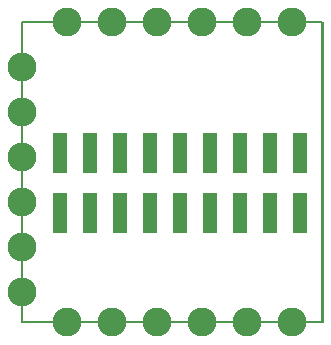
<source format=gts>
G75*
%MOIN*%
%OFA0B0*%
%FSLAX25Y25*%
%IPPOS*%
%LPD*%
%AMOC8*
5,1,8,0,0,1.08239X$1,22.5*
%
%ADD10C,0.00000*%
%ADD11C,0.00500*%
%ADD12C,0.09658*%
%ADD13R,0.04800X0.13800*%
D10*
X0005829Y0005829D02*
X0005829Y0105790D01*
X0106030Y0105790D01*
X0106030Y0005829D01*
X0005829Y0005829D01*
D11*
X0105829Y0005829D01*
X0105829Y0105829D01*
X0005829Y0105829D01*
X0005829Y0005829D01*
D12*
X0005829Y0015829D03*
X0005829Y0030829D03*
X0005829Y0045829D03*
X0005829Y0060829D03*
X0005829Y0075829D03*
X0005829Y0090829D03*
X0020829Y0105829D03*
X0035829Y0105829D03*
X0050829Y0105829D03*
X0065829Y0105829D03*
X0080829Y0105829D03*
X0095829Y0105829D03*
X0095829Y0005829D03*
X0080829Y0005829D03*
X0065829Y0005829D03*
X0050829Y0005829D03*
X0035829Y0005829D03*
X0020829Y0005829D03*
D13*
X0018329Y0042329D03*
X0028329Y0042329D03*
X0038329Y0042329D03*
X0048329Y0042329D03*
X0058329Y0042329D03*
X0068329Y0042329D03*
X0078329Y0042329D03*
X0088329Y0042329D03*
X0098329Y0042329D03*
X0098329Y0062329D03*
X0088329Y0062329D03*
X0078329Y0062329D03*
X0068329Y0062329D03*
X0058329Y0062329D03*
X0048329Y0062329D03*
X0038329Y0062329D03*
X0028329Y0062329D03*
X0018329Y0062329D03*
M02*

</source>
